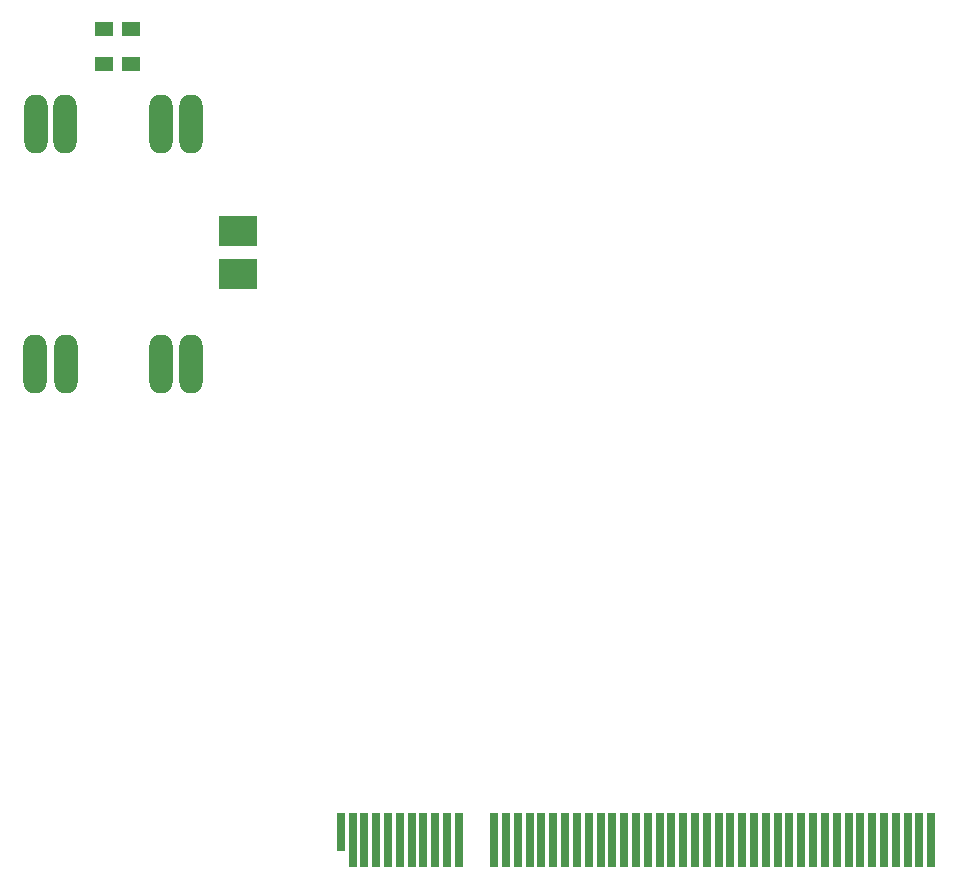
<source format=gbp>
G04*
G04 #@! TF.GenerationSoftware,Altium Limited,Altium Designer,19.1.6 (110)*
G04*
G04 Layer_Color=128*
%FSLAX25Y25*%
%MOIN*%
G70*
G01*
G75*
%ADD13R,0.02800X0.18000*%
%ADD56R,0.02800X0.12500*%
%ADD57R,0.06000X0.05000*%
%ADD58O,0.07874X0.19685*%
%ADD59R,0.12500X0.09937*%
D13*
X452987Y162632D02*
D03*
X449051D02*
D03*
X445115D02*
D03*
X441178D02*
D03*
X437242D02*
D03*
X433306D02*
D03*
X429369D02*
D03*
X417558D02*
D03*
X413622D02*
D03*
X409685D02*
D03*
X405748D02*
D03*
X401811D02*
D03*
X397873D02*
D03*
X393936D02*
D03*
X389999D02*
D03*
X386062D02*
D03*
X382125D02*
D03*
X456923D02*
D03*
X460860D02*
D03*
X464796D02*
D03*
X468732D02*
D03*
X472669D02*
D03*
X476605D02*
D03*
X480541D02*
D03*
X484477D02*
D03*
X488414D02*
D03*
X492350D02*
D03*
X496286D02*
D03*
X500222D02*
D03*
X508095D02*
D03*
X512031D02*
D03*
X515968D02*
D03*
X519904D02*
D03*
X523840D02*
D03*
X527776D02*
D03*
X531712D02*
D03*
X535649D02*
D03*
X539585D02*
D03*
X543521D02*
D03*
X547458D02*
D03*
X551394D02*
D03*
X555330D02*
D03*
X559266D02*
D03*
X563203D02*
D03*
X567139D02*
D03*
X504159D02*
D03*
X571075D02*
D03*
X575011D02*
D03*
D56*
X378188Y165382D02*
D03*
D57*
X308213Y421260D02*
D03*
X299213D02*
D03*
X308213Y433071D02*
D03*
X299213D02*
D03*
D58*
X328415Y401358D02*
D03*
X318415D02*
D03*
X286415D02*
D03*
X276665Y401221D02*
D03*
X328415Y321358D02*
D03*
X318415D02*
D03*
X286665Y321220D02*
D03*
X276165D02*
D03*
D59*
X344094Y351181D02*
D03*
Y365744D02*
D03*
M02*

</source>
